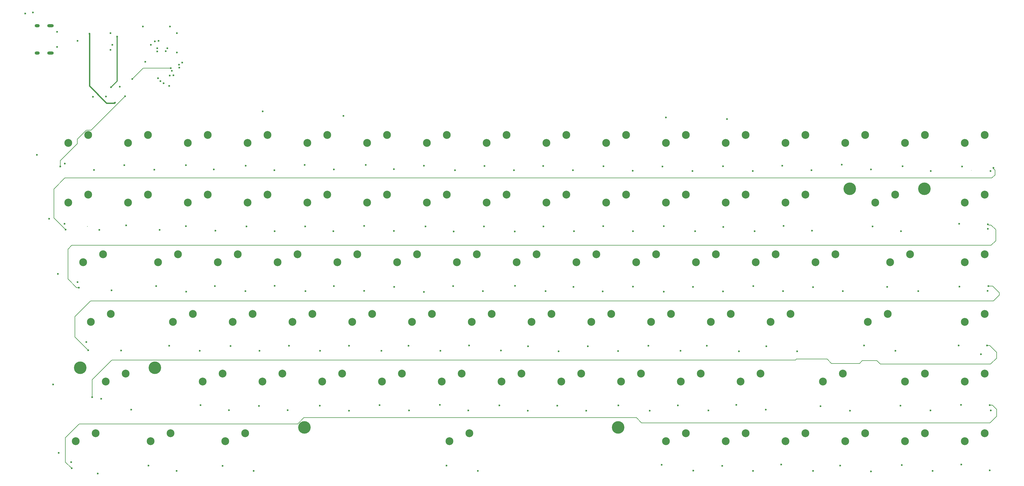
<source format=gbr>
%TF.GenerationSoftware,KiCad,Pcbnew,9.0.3*%
%TF.CreationDate,2025-12-04T16:15:47+02:00*%
%TF.ProjectId,MyCustom_75Keeb,4d794375-7374-46f6-9d5f-37354b656562,2.0.0*%
%TF.SameCoordinates,Original*%
%TF.FileFunction,Copper,L2,Inr*%
%TF.FilePolarity,Positive*%
%FSLAX46Y46*%
G04 Gerber Fmt 4.6, Leading zero omitted, Abs format (unit mm)*
G04 Created by KiCad (PCBNEW 9.0.3) date 2025-12-04 16:15:47*
%MOMM*%
%LPD*%
G01*
G04 APERTURE LIST*
%TA.AperFunction,ComponentPad*%
%ADD10C,2.500000*%
%TD*%
%TA.AperFunction,ComponentPad*%
%ADD11C,4.000000*%
%TD*%
%TA.AperFunction,ComponentPad*%
%ADD12O,1.600000X1.000000*%
%TD*%
%TA.AperFunction,ComponentPad*%
%ADD13O,2.100000X1.000000*%
%TD*%
%TA.AperFunction,ViaPad*%
%ADD14C,0.600000*%
%TD*%
%TA.AperFunction,Conductor*%
%ADD15C,0.300000*%
%TD*%
%TA.AperFunction,Conductor*%
%ADD16C,0.400000*%
%TD*%
%TA.AperFunction,Conductor*%
%ADD17C,0.200000*%
%TD*%
G04 APERTURE END LIST*
D10*
%TO.N,Col_11*%
%TO.C,SW70*%
X229552500Y-111760000D03*
%TO.N,Net-(D70-A)*%
X235902500Y-109220000D03*
%TD*%
%TO.N,Col_12*%
%TO.C,SW81*%
X262890000Y-130810000D03*
%TO.N,Net-(D81-A)*%
X269240000Y-128270000D03*
%TD*%
%TO.N,Col_2*%
%TO.C,SW19*%
X72390000Y-54610000D03*
%TO.N,Net-(D19-A)*%
X78740000Y-52070000D03*
%TD*%
%TO.N,Col_7*%
%TO.C,SW66*%
X153352500Y-111760000D03*
%TO.N,Net-(D66-A)*%
X159702500Y-109220000D03*
%TD*%
%TO.N,Col_6*%
%TO.C,SW65*%
X134302500Y-111760000D03*
%TO.N,Net-(D65-A)*%
X140652500Y-109220000D03*
%TD*%
%TO.N,Col_3*%
%TO.C,SW33*%
X62865000Y-73660000D03*
%TO.N,Net-(D33-A)*%
X69215000Y-71120000D03*
%TD*%
%TO.N,Col_11*%
%TO.C,SW56*%
X220027500Y-92710000D03*
%TO.N,Net-(D56-A)*%
X226377500Y-90170000D03*
%TD*%
%TO.N,Col_2*%
%TO.C,SW3*%
X72390000Y-35560000D03*
%TO.N,Net-(D3-A)*%
X78740000Y-33020000D03*
%TD*%
%TO.N,Col_6*%
%TO.C,SW77*%
X84296250Y-130810000D03*
%TO.N,Net-(D77-A)*%
X90646250Y-128270000D03*
%TD*%
%TO.N,Col_10*%
%TO.C,SW11*%
X224790000Y-35560000D03*
%TO.N,Net-(D11-A)*%
X231140000Y-33020000D03*
%TD*%
%TO.N,Col_14*%
%TO.C,SW15*%
X300990000Y-35560000D03*
%TO.N,Net-(D15-A)*%
X307340000Y-33020000D03*
%TD*%
%TO.N,Col_12*%
%TO.C,SW29*%
X262890000Y-54610000D03*
%TO.N,Net-(D29-A)*%
X269240000Y-52070000D03*
%TD*%
%TO.N,Col_2*%
%TO.C,SW32*%
X39052500Y-73660000D03*
%TO.N,Net-(D32-A)*%
X45402500Y-71120000D03*
%TD*%
%TO.N,Col_14*%
%TO.C,SW44*%
X272415000Y-73660000D03*
%TO.N,Net-(D44-A)*%
X278765000Y-71120000D03*
%TD*%
D11*
%TO.N,*%
%TO.C,S6*%
X283368750Y-50165000D03*
X307181250Y-50165000D03*
%TD*%
D10*
%TO.N,Col_10*%
%TO.C,SW40*%
X196215000Y-73660000D03*
%TO.N,Net-(D40-A)*%
X202565000Y-71120000D03*
%TD*%
%TO.N,Col_13*%
%TO.C,SW71*%
X248602500Y-111760000D03*
%TO.N,Net-(D71-A)*%
X254952500Y-109220000D03*
%TD*%
%TO.N,Col_15*%
%TO.C,SW30*%
X291465000Y-54610000D03*
%TO.N,Net-(D30-A)*%
X297815000Y-52070000D03*
%TD*%
%TO.N,Col_0*%
%TO.C,SW1*%
X34290000Y-35560000D03*
%TO.N,Net-(D1-A)*%
X40640000Y-33020000D03*
%TD*%
%TO.N,Col_11*%
%TO.C,SW12*%
X243840000Y-35560000D03*
%TO.N,Net-(D12-A)*%
X250190000Y-33020000D03*
%TD*%
%TO.N,Col_2*%
%TO.C,SW47*%
X41433750Y-92710000D03*
%TO.N,Net-(D47-A)*%
X47783750Y-90170000D03*
%TD*%
%TO.N,Col_15*%
%TO.C,SW73*%
X300990000Y-111760000D03*
%TO.N,Net-(D73-A)*%
X307340000Y-109220000D03*
%TD*%
%TO.N,Col_9*%
%TO.C,SW54*%
X181927500Y-92710000D03*
%TO.N,Net-(D54-A)*%
X188277500Y-90170000D03*
%TD*%
D11*
%TO.N,*%
%TO.C,S2*%
X38100000Y-107315000D03*
X61912500Y-107315000D03*
%TD*%
D10*
%TO.N,Col_0*%
%TO.C,SW74*%
X320040000Y-111760000D03*
%TO.N,Net-(D74-A)*%
X326390000Y-109220000D03*
%TD*%
%TO.N,Col_15*%
%TO.C,SW59*%
X289083750Y-92710000D03*
%TO.N,Net-(D59-A)*%
X295433750Y-90170000D03*
%TD*%
%TO.N,Col_9*%
%TO.C,SW26*%
X205740000Y-54610000D03*
%TO.N,Net-(D26-A)*%
X212090000Y-52070000D03*
%TD*%
%TO.N,Col_6*%
%TO.C,SW23*%
X148590000Y-54610000D03*
%TO.N,Net-(D23-A)*%
X154940000Y-52070000D03*
%TD*%
%TO.N,Col_7*%
%TO.C,SW37*%
X139065000Y-73660000D03*
%TO.N,Net-(D37-A)*%
X145415000Y-71120000D03*
%TD*%
%TO.N,Col_1*%
%TO.C,SW2*%
X53340000Y-35560000D03*
%TO.N,Net-(D2-A)*%
X59690000Y-33020000D03*
%TD*%
%TO.N,Col_13*%
%TO.C,SW43*%
X253365000Y-73660000D03*
%TO.N,Net-(D43-A)*%
X259715000Y-71120000D03*
%TD*%
%TO.N,Col_6*%
%TO.C,SW36*%
X120015000Y-73660000D03*
%TO.N,Net-(D36-A)*%
X126365000Y-71120000D03*
%TD*%
%TO.N,Col_3*%
%TO.C,SW20*%
X91440000Y-54610000D03*
%TO.N,Net-(D20-A)*%
X97790000Y-52070000D03*
%TD*%
%TO.N,Col_10*%
%TO.C,SW69*%
X210502500Y-111760000D03*
%TO.N,Net-(D69-A)*%
X216852500Y-109220000D03*
%TD*%
%TO.N,Col_3*%
%TO.C,SW4*%
X91440000Y-35560000D03*
%TO.N,Net-(D4-A)*%
X97790000Y-33020000D03*
%TD*%
%TO.N,Col_0*%
%TO.C,SW46*%
X320040000Y-73660000D03*
%TO.N,Net-(D46-A)*%
X326390000Y-71120000D03*
%TD*%
%TO.N,Col_1*%
%TO.C,SW18*%
X53340000Y-54610000D03*
%TO.N,Net-(D18-A)*%
X59690000Y-52070000D03*
%TD*%
%TO.N,Col_5*%
%TO.C,SW50*%
X105727500Y-92710000D03*
%TO.N,Net-(D50-A)*%
X112077500Y-90170000D03*
%TD*%
%TO.N,Col_8*%
%TO.C,SW53*%
X162877500Y-92710000D03*
%TO.N,Net-(D53-A)*%
X169227500Y-90170000D03*
%TD*%
%TO.N,Col_8*%
%TO.C,SW67*%
X172402500Y-111760000D03*
%TO.N,Net-(D67-A)*%
X178752500Y-109220000D03*
%TD*%
%TO.N,Col_5*%
%TO.C,SW35*%
X100965000Y-73660000D03*
%TO.N,Net-(D35-A)*%
X107315000Y-71120000D03*
%TD*%
%TO.N,Col_8*%
%TO.C,SW38*%
X158115000Y-73660000D03*
%TO.N,Net-(D38-A)*%
X164465000Y-71120000D03*
%TD*%
%TO.N,Col_0*%
%TO.C,SW17*%
X34290000Y-54610000D03*
%TO.N,Net-(D17-A)*%
X40640000Y-52070000D03*
%TD*%
%TO.N,Col_0*%
%TO.C,SW60*%
X320040000Y-92710000D03*
%TO.N,Net-(D60-A)*%
X326390000Y-90170000D03*
%TD*%
%TO.N,Col_11*%
%TO.C,SW28*%
X243840000Y-54610000D03*
%TO.N,Net-(D28-A)*%
X250190000Y-52070000D03*
%TD*%
%TO.N,Col_4*%
%TO.C,SW21*%
X110490000Y-54610000D03*
%TO.N,Net-(D21-A)*%
X116840000Y-52070000D03*
%TD*%
%TO.N,Col_9*%
%TO.C,SW68*%
X191452500Y-111760000D03*
%TO.N,Net-(D68-A)*%
X197802500Y-109220000D03*
%TD*%
%TO.N,Col_11*%
%TO.C,SW41*%
X215265000Y-73660000D03*
%TO.N,Net-(D41-A)*%
X221615000Y-71120000D03*
%TD*%
%TO.N,Col_10*%
%TO.C,SW55*%
X200977500Y-92710000D03*
%TO.N,Net-(D55-A)*%
X207327500Y-90170000D03*
%TD*%
%TO.N,Col_14*%
%TO.C,SW58*%
X258127500Y-92710000D03*
%TO.N,Net-(D58-A)*%
X264477500Y-90170000D03*
%TD*%
%TO.N,Col_5*%
%TO.C,SW64*%
X115252500Y-111760000D03*
%TO.N,Net-(D64-A)*%
X121602500Y-109220000D03*
%TD*%
%TO.N,Col_4*%
%TO.C,SW63*%
X96202500Y-111760000D03*
%TO.N,Net-(D63-A)*%
X102552500Y-109220000D03*
%TD*%
%TO.N,Col_12*%
%TO.C,SW13*%
X262890000Y-35560000D03*
%TO.N,Net-(D13-A)*%
X269240000Y-33020000D03*
%TD*%
%TO.N,Col_9*%
%TO.C,SW39*%
X177165000Y-73660000D03*
%TO.N,Net-(D39-A)*%
X183515000Y-71120000D03*
%TD*%
%TO.N,Col_2*%
%TO.C,SW61*%
X46196250Y-111760000D03*
%TO.N,Net-(D61-A)*%
X52546250Y-109220000D03*
%TD*%
%TO.N,Col_3*%
%TO.C,SW48*%
X67627500Y-92710000D03*
%TO.N,Net-(D48-A)*%
X73977500Y-90170000D03*
%TD*%
%TO.N,Col_13*%
%TO.C,SW82*%
X281940000Y-130810000D03*
%TO.N,Net-(D82-A)*%
X288290000Y-128270000D03*
%TD*%
%TO.N,Col_7*%
%TO.C,SW52*%
X143827500Y-92710000D03*
%TO.N,Net-(D52-A)*%
X150177500Y-90170000D03*
%TD*%
%TO.N,Col_8*%
%TO.C,SW25*%
X186690000Y-54610000D03*
%TO.N,Net-(D25-A)*%
X193040000Y-52070000D03*
%TD*%
%TO.N,Col_7*%
%TO.C,SW24*%
X167640000Y-54610000D03*
%TO.N,Net-(D24-A)*%
X173990000Y-52070000D03*
%TD*%
%TO.N,Col_2*%
%TO.C,SW76*%
X60483750Y-130810000D03*
%TO.N,Net-(D76-A)*%
X66833750Y-128270000D03*
%TD*%
%TO.N,Col_6*%
%TO.C,SW7*%
X148590000Y-35560000D03*
%TO.N,Net-(D7-A)*%
X154940000Y-33020000D03*
%TD*%
%TO.N,Col_1*%
%TO.C,SW75*%
X36671250Y-130810000D03*
%TO.N,Net-(D75-A)*%
X43021250Y-128270000D03*
%TD*%
%TO.N,Col_12*%
%TO.C,SW42*%
X234315000Y-73660000D03*
%TO.N,Net-(D42-A)*%
X240665000Y-71120000D03*
%TD*%
D11*
%TO.N,*%
%TO.C,S1*%
X109537500Y-126365000D03*
X209550000Y-126365000D03*
%TD*%
D10*
%TO.N,Col_14*%
%TO.C,SW83*%
X300990000Y-130810000D03*
%TO.N,Net-(D83-A)*%
X307340000Y-128270000D03*
%TD*%
%TO.N,Col_4*%
%TO.C,SW49*%
X86677500Y-92710000D03*
%TO.N,Net-(D49-A)*%
X93027500Y-90170000D03*
%TD*%
%TO.N,Col_8*%
%TO.C,SW9*%
X186690000Y-35560000D03*
%TO.N,Net-(D9-A)*%
X193040000Y-33020000D03*
%TD*%
%TO.N,Col_15*%
%TO.C,SW84*%
X320040000Y-130810000D03*
%TO.N,Net-(D84-A)*%
X326390000Y-128270000D03*
%TD*%
%TO.N,Col_5*%
%TO.C,SW6*%
X129540000Y-35560000D03*
%TO.N,Net-(D6-A)*%
X135890000Y-33020000D03*
%TD*%
%TO.N,Col_9*%
%TO.C,SW78*%
X155733750Y-130810000D03*
%TO.N,Net-(D78-A)*%
X162083750Y-128270000D03*
%TD*%
%TO.N,Col_5*%
%TO.C,SW22*%
X129540000Y-54610000D03*
%TO.N,Net-(D22-A)*%
X135890000Y-52070000D03*
%TD*%
%TO.N,Col_11*%
%TO.C,SW80*%
X243840000Y-130810000D03*
%TO.N,Net-(D80-A)*%
X250190000Y-128270000D03*
%TD*%
%TO.N,Col_15*%
%TO.C,SW16*%
X320040000Y-35560000D03*
%TO.N,Net-(D16-A)*%
X326390000Y-33020000D03*
%TD*%
%TO.N,Col_7*%
%TO.C,SW8*%
X167640000Y-35560000D03*
%TO.N,Net-(D8-A)*%
X173990000Y-33020000D03*
%TD*%
%TO.N,Col_4*%
%TO.C,SW34*%
X81915000Y-73660000D03*
%TO.N,Net-(D34-A)*%
X88265000Y-71120000D03*
%TD*%
%TO.N,Col_3*%
%TO.C,SW62*%
X77152500Y-111760000D03*
%TO.N,Net-(D62-A)*%
X83502500Y-109220000D03*
%TD*%
%TO.N,Col_0*%
%TO.C,SW31*%
X320040000Y-54610000D03*
%TO.N,Net-(D31-A)*%
X326390000Y-52070000D03*
%TD*%
%TO.N,Col_10*%
%TO.C,SW79*%
X224790000Y-130810000D03*
%TO.N,Net-(D79-A)*%
X231140000Y-128270000D03*
%TD*%
%TO.N,Col_4*%
%TO.C,SW5*%
X110490000Y-35560000D03*
%TO.N,Net-(D5-A)*%
X116840000Y-33020000D03*
%TD*%
%TO.N,Col_13*%
%TO.C,SW14*%
X281940000Y-35560000D03*
%TO.N,Net-(D14-A)*%
X288290000Y-33020000D03*
%TD*%
%TO.N,Col_9*%
%TO.C,SW10*%
X205740000Y-35560000D03*
%TO.N,Net-(D10-A)*%
X212090000Y-33020000D03*
%TD*%
%TO.N,Col_6*%
%TO.C,SW51*%
X124777500Y-92710000D03*
%TO.N,Net-(D51-A)*%
X131127500Y-90170000D03*
%TD*%
%TO.N,Col_10*%
%TO.C,SW27*%
X224790000Y-54610000D03*
%TO.N,Net-(D27-A)*%
X231140000Y-52070000D03*
%TD*%
%TO.N,Col_15*%
%TO.C,SW45*%
X296227500Y-73660000D03*
%TO.N,Net-(D45-A)*%
X302577500Y-71120000D03*
%TD*%
%TO.N,Col_14*%
%TO.C,SW72*%
X274796250Y-111760000D03*
%TO.N,Net-(D72-A)*%
X281146250Y-109220000D03*
%TD*%
%TO.N,Col_12*%
%TO.C,SW57*%
X239077500Y-92710000D03*
%TO.N,Net-(D57-A)*%
X245427500Y-90170000D03*
%TD*%
D12*
%TO.N,GND*%
%TO.C,J1*%
X24387446Y-6780029D03*
D13*
X28567446Y-6780029D03*
D12*
X24387446Y1859971D03*
D13*
X28567446Y1859971D03*
%TD*%
D14*
%TO.N,GND*%
X176712446Y-81185029D03*
X209612446Y-119385029D03*
X223662446Y-43085029D03*
X104662446Y-100335029D03*
X44762446Y-117185029D03*
X290662446Y-62235029D03*
X52162446Y-42635029D03*
X128612446Y-62035029D03*
X166762446Y-62235029D03*
X204862446Y-42935029D03*
X90812446Y-42835029D03*
X162062446Y-100235029D03*
X52712446Y-61835029D03*
X59812446Y-138585029D03*
X91112446Y-62235029D03*
X204762446Y-62135029D03*
X242712446Y-138635029D03*
X242962446Y-42985029D03*
X123762446Y-100285029D03*
X228612446Y-119335029D03*
X114412446Y-119435029D03*
X299962446Y-138435029D03*
X214312446Y-81435029D03*
X319212446Y-43035029D03*
X237812446Y-100285029D03*
X252612446Y-81285029D03*
X154862446Y-138585029D03*
X37212446Y-79985029D03*
X33062446Y-61335029D03*
X71812446Y-42635029D03*
X147612446Y-42835029D03*
X280812446Y-42485029D03*
X318912446Y-138235029D03*
X109612446Y-42585029D03*
X199862446Y-100435029D03*
X33162446Y-42085029D03*
X318062446Y-100185029D03*
X287912446Y-100185029D03*
X76462446Y-119235029D03*
X224112446Y-62135029D03*
X262312446Y-62035029D03*
X40062446Y-99135029D03*
X185762446Y-62185029D03*
X233412446Y-81535029D03*
X42162446Y-20810029D03*
X318312446Y-81435029D03*
X95062446Y-119535029D03*
X247212446Y-119135029D03*
X271662446Y-81585029D03*
X156962446Y-81235029D03*
X261562446Y-138185029D03*
X295312446Y-81485029D03*
X148112446Y-62185029D03*
X195312446Y-81485029D03*
X280312446Y-138535029D03*
X180812446Y-100435029D03*
X100062446Y-81185029D03*
X118962446Y-81235029D03*
X81012446Y-81235029D03*
X190162446Y-119435029D03*
X223412446Y-138285029D03*
X86016727Y-100356783D03*
X71812446Y-62085029D03*
X62262446Y-81235029D03*
X274012446Y-119635029D03*
X300212446Y-42935029D03*
X243062446Y-62335029D03*
X50699946Y-17597529D03*
X35212446Y-137485029D03*
X142712446Y-100335029D03*
X219162446Y-100285029D03*
X185662446Y-42885029D03*
X66462446Y-100335029D03*
X83462446Y-138635029D03*
X109762446Y-62185029D03*
X256812446Y-100435029D03*
X129112446Y-42585029D03*
X166912446Y-42885029D03*
X318812446Y-119185029D03*
X261862446Y-42785029D03*
X299512446Y-119435029D03*
X318262446Y-61335029D03*
X171662446Y-119335029D03*
X152712446Y-119185029D03*
X133512446Y-119235029D03*
X138162446Y-81535029D03*
%TO.N,+3.3V*%
X49862446Y-1560029D03*
X68904948Y-500029D03*
X47699943Y-476278D03*
X66722446Y1682471D03*
X68904947Y-6652529D03*
X58059948Y1682471D03*
X47912446Y-17760029D03*
X58819943Y-9602537D03*
X47699943Y-5822524D03*
%TO.N,+5V*%
X54312446Y-120735029D03*
X224112446Y-83035029D03*
X90762446Y-82885029D03*
X68812446Y-140285029D03*
X271662446Y-140235029D03*
X281162446Y-82885029D03*
X164812446Y-140285029D03*
X128562446Y-82785029D03*
X209512446Y-101985029D03*
X248062446Y-102085029D03*
X309762446Y-140285029D03*
X262112446Y-82835029D03*
X157162446Y-63785029D03*
X238352257Y-120991771D03*
X104212446Y-120885029D03*
X233512446Y-140185029D03*
X61712446Y-44035029D03*
X305212446Y-82885029D03*
X161812446Y-120985029D03*
X195112446Y-44235029D03*
X242962446Y-82935029D03*
X290112446Y-140435029D03*
X134062446Y-101885029D03*
X138062446Y-63635029D03*
X95262446Y-101935029D03*
X327312446Y-82785029D03*
X199412446Y-121035029D03*
X100012446Y-44235029D03*
X266562446Y-102035029D03*
X93362446Y-140285029D03*
X147662446Y-83085029D03*
X42462446Y-44185029D03*
X271362446Y-63535029D03*
X44212446Y-63335029D03*
X214162446Y-44435029D03*
X176562446Y-63785029D03*
X327412446Y-62985029D03*
X219612446Y-121035029D03*
X309112446Y-120985029D03*
X76212446Y-101935029D03*
X85512446Y-120885029D03*
X166412446Y-82835029D03*
X180762446Y-121035029D03*
X233212446Y-44535029D03*
X297912446Y-101885029D03*
X299712446Y-63735029D03*
X63362446Y-63285029D03*
X100062446Y-63735029D03*
X80662446Y-43985029D03*
X123762446Y-121035029D03*
X328012446Y-140085029D03*
X43662446Y-141085029D03*
X328362446Y-120935029D03*
X71862446Y-82985029D03*
X195462446Y-63735029D03*
X172212446Y-101785029D03*
X51112446Y-101785029D03*
X229412446Y-101885029D03*
X186412446Y-82885029D03*
X118812446Y-63735029D03*
X48062446Y-82585029D03*
X81212446Y-63535029D03*
X176312446Y-44235029D03*
X109862446Y-82885029D03*
X118962446Y-43985029D03*
X256612446Y-120735029D03*
X49074946Y-22697529D03*
X252562446Y-140235029D03*
X290162446Y-43985029D03*
X138112446Y-43935029D03*
X157562446Y-44235029D03*
X114562446Y-101935029D03*
X328212446Y-44485029D03*
X204641485Y-82953349D03*
X214312446Y-63685029D03*
X190562446Y-102035029D03*
X41062446Y-635029D03*
X252462446Y-44485029D03*
X325212446Y-103035029D03*
X142912446Y-120985029D03*
X309212446Y-44485029D03*
X253062446Y-63685029D03*
X283462446Y-121035029D03*
X234062446Y-63685029D03*
X152910412Y-101910984D03*
X271212446Y-44285029D03*
%TO.N,VBUS*%
X37237446Y-2960029D03*
X30707446Y-4910029D03*
X30707446Y-10029D03*
%TO.N,Row_0*%
X67287446Y-12535029D03*
X24287446Y-39335029D03*
%TO.N,/BOOT0*%
X48349943Y-4210029D03*
X60599946Y-4210029D03*
%TO.N,Row_1*%
X67787446Y-13935029D03*
X28162446Y-59760029D03*
%TO.N,Row_2*%
X66612446Y-13985029D03*
X30937446Y-77385029D03*
%TO.N,Row_4*%
X22987446Y6164971D03*
X29461108Y-112632928D03*
%TO.N,Row_5*%
X31252013Y-134539884D03*
X20587446Y5764971D03*
%TO.N,RGB_OUTPUT*%
X52412446Y-20610029D03*
X31712446Y-43060029D03*
%TO.N,Col_0*%
X61837446Y-3060029D03*
%TO.N,Col_1*%
X63037446Y-2935029D03*
%TO.N,Col_2*%
X62612446Y-5310029D03*
%TO.N,Col_3*%
X62662446Y-6285029D03*
%TO.N,Col_5*%
X96212446Y-25485029D03*
%TO.N,Col_6*%
X121987446Y-26885029D03*
X62887446Y-14885029D03*
%TO.N,Col_7*%
X63612446Y-15785029D03*
%TO.N,Col_8*%
X64687446Y-16435029D03*
%TO.N,Col_9*%
X66437446Y-17360029D03*
%TO.N,Col_10*%
X65862446Y-5335029D03*
X224787446Y-27435029D03*
%TO.N,Col_11*%
X244262446Y-27935029D03*
X65387446Y-6210029D03*
%TO.N,Col_13*%
X70562446Y-9910029D03*
%TO.N,Col_14*%
X69612446Y-10585029D03*
%TO.N,Col_15*%
X69687446Y-11510029D03*
%TO.N,RGB_INPUT*%
X66962446Y-11610029D03*
X46262446Y-20685029D03*
X54637446Y-15160029D03*
%TO.N,Net-(LED16-DOUT)*%
X33412446Y-63235029D03*
X329162446Y-43485029D03*
%TO.N,Net-(LED31-DOUT)*%
X37662446Y-81735029D03*
X327412446Y-61485029D03*
%TO.N,Net-(LED46-DOUT)*%
X327562446Y-81235029D03*
X40662446Y-101735029D03*
%TO.N,Net-(LED61-DOUT)*%
X327162446Y-100235029D03*
X41862446Y-116735029D03*
%TO.N,Net-(LED76-DOUT)*%
X327962446Y-119285029D03*
X35362446Y-139435029D03*
%TD*%
D15*
%TO.N,+3.3V*%
X49862446Y-1560029D02*
X49862446Y-15810029D01*
X49862446Y-15810029D02*
X47912446Y-17760029D01*
D16*
%TO.N,+5V*%
X49012446Y-22760029D02*
X49074946Y-22697529D01*
X48987446Y-22785029D02*
X49012446Y-22760029D01*
X41062446Y-635029D02*
X41062446Y-17360029D01*
X41062446Y-17360029D02*
X46487446Y-22785029D01*
X49074946Y-22697529D02*
X49212446Y-22560029D01*
X46487446Y-22785029D02*
X48987446Y-22785029D01*
D17*
%TO.N,RGB_OUTPUT*%
X31712446Y-41162738D02*
X31712446Y-43060029D01*
X31712446Y-43060029D02*
X31712446Y-43135029D01*
X52412446Y-20610029D02*
X41553475Y-31469000D01*
X37126184Y-34340370D02*
X37126184Y-35749000D01*
X41553475Y-31469000D02*
X39997554Y-31469000D01*
X37126184Y-35749000D02*
X31712446Y-41162738D01*
X39997554Y-31469000D02*
X37126184Y-34340370D01*
%TO.N,RGB_INPUT*%
X58187446Y-11610029D02*
X66962446Y-11610029D01*
X54637446Y-15160029D02*
X58187446Y-11610029D01*
%TO.N,Net-(LED15-DOUT)*%
X322112446Y-44235029D02*
X322162446Y-44285029D01*
%TO.N,Net-(LED16-DOUT)*%
X328662446Y-46735029D02*
X329662446Y-45735029D01*
X329662446Y-44235029D02*
X329162446Y-43735029D01*
X33412446Y-63235029D02*
X29662446Y-59485029D01*
X29662446Y-50235029D02*
X33162446Y-46735029D01*
X329162446Y-43735029D02*
X329162446Y-43485029D01*
X329662446Y-45735029D02*
X329662446Y-44235029D01*
X29662446Y-59485029D02*
X29662446Y-50235029D01*
X33162446Y-46735029D02*
X328662446Y-46735029D01*
%TO.N,Net-(LED17-DOUT)*%
X40412446Y-62135029D02*
X40412446Y-62235029D01*
%TO.N,Net-(LED31-DOUT)*%
X327662446Y-61735029D02*
X327412446Y-61485029D01*
X37662446Y-81735029D02*
X36912446Y-81735029D01*
X329912446Y-63235029D02*
X328412446Y-61735029D01*
X34162446Y-78985029D02*
X34162446Y-69485029D01*
X329912446Y-66735029D02*
X329912446Y-63235029D01*
X328412446Y-68235029D02*
X329912446Y-66735029D01*
X36912446Y-81735029D02*
X34162446Y-78985029D01*
X35412446Y-68235029D02*
X328412446Y-68235029D01*
X34162446Y-69485029D02*
X35412446Y-68235029D01*
X328412446Y-61735029D02*
X327662446Y-61735029D01*
%TO.N,Net-(LED46-DOUT)*%
X329162446Y-85985029D02*
X41412446Y-85985029D01*
X331037446Y-83360029D02*
X331037446Y-84110029D01*
X41412446Y-85985029D02*
X36412446Y-90985029D01*
X328912446Y-81235029D02*
X331037446Y-83360029D01*
X36412446Y-97485029D02*
X40662446Y-101735029D01*
X327562446Y-81235029D02*
X328912446Y-81235029D01*
X331037446Y-84110029D02*
X329162446Y-85985029D01*
X36412446Y-90985029D02*
X36412446Y-97485029D01*
%TO.N,Net-(LED61-DOUT)*%
X293062446Y-106135029D02*
X291962446Y-105035029D01*
X277562446Y-105935029D02*
X276162446Y-104535029D01*
X266362446Y-104535029D02*
X266062446Y-104835029D01*
X330162446Y-104235029D02*
X328262446Y-106135029D01*
X48162446Y-104835029D02*
X41862446Y-111135029D01*
X291962446Y-105035029D02*
X287362446Y-105035029D01*
X327162446Y-100235029D02*
X327962446Y-100235029D01*
X327962446Y-100235029D02*
X330162446Y-102435029D01*
X276162446Y-104535029D02*
X266362446Y-104535029D01*
X41862446Y-111135029D02*
X41862446Y-116735029D01*
X328262446Y-106135029D02*
X293062446Y-106135029D01*
X286462446Y-105935029D02*
X277562446Y-105935029D01*
X330162446Y-102435029D02*
X330162446Y-104235029D01*
X287362446Y-105035029D02*
X286462446Y-105935029D01*
X266062446Y-104835029D02*
X48162446Y-104835029D01*
%TO.N,Net-(LED76-DOUT)*%
X215362446Y-123235029D02*
X217027317Y-124899900D01*
X37762446Y-125235029D02*
X107413365Y-125235029D01*
X217027317Y-124899900D02*
X328097575Y-124899900D01*
X33362446Y-129635029D02*
X37762446Y-125235029D01*
X109413365Y-123235029D02*
X215362446Y-123235029D01*
X328097575Y-124899900D02*
X330162446Y-122835029D01*
X328812446Y-119285029D02*
X327962446Y-119285029D01*
X330162446Y-120635029D02*
X328812446Y-119285029D01*
X330162446Y-122835029D02*
X330162446Y-120635029D01*
X107413365Y-125235029D02*
X109413365Y-123235029D01*
X35362446Y-139435029D02*
X33362446Y-137435029D01*
X33362446Y-137435029D02*
X33362446Y-129635029D01*
%TD*%
M02*

</source>
